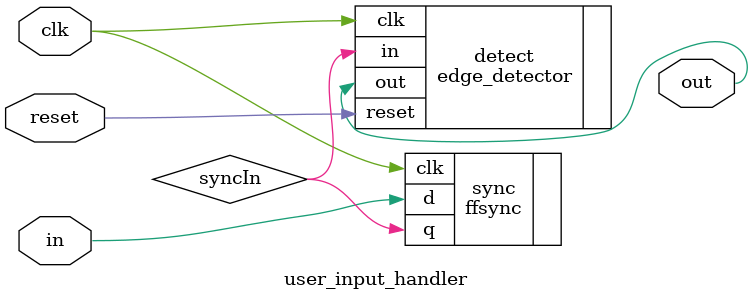
<source format=sv>
module user_input_handler(
    input logic clk, reset,
    input logic in,
    output logic out
);

    logic syncIn;
    ffsync sync (.clk, .d(in), .q(syncIn));
    edge_detector detect (.clk, .reset, .in(syncIn), .out);

endmodule // user_input_handler
</source>
